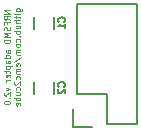
<source format=gbo>
G04 #@! TF.FileFunction,Legend,Bot*
%FSLAX46Y46*%
G04 Gerber Fmt 4.6, Leading zero omitted, Abs format (unit mm)*
G04 Created by KiCad (PCBNEW 4.0.6) date Monday 02 October 2017 'à' 00:53:35*
%MOMM*%
%LPD*%
G01*
G04 APERTURE LIST*
%ADD10C,0.100000*%
%ADD11C,0.150000*%
G04 APERTURE END LIST*
D10*
X120001190Y-70335716D02*
X119501190Y-70335716D01*
X120001190Y-70621430D01*
X119501190Y-70621430D01*
X120001190Y-71145240D02*
X119763095Y-70978573D01*
X120001190Y-70859526D02*
X119501190Y-70859526D01*
X119501190Y-71050002D01*
X119525000Y-71097621D01*
X119548810Y-71121430D01*
X119596429Y-71145240D01*
X119667857Y-71145240D01*
X119715476Y-71121430D01*
X119739286Y-71097621D01*
X119763095Y-71050002D01*
X119763095Y-70859526D01*
X119739286Y-71526192D02*
X119739286Y-71359526D01*
X120001190Y-71359526D02*
X119501190Y-71359526D01*
X119501190Y-71597621D01*
X119977381Y-71764287D02*
X120001190Y-71835716D01*
X120001190Y-71954763D01*
X119977381Y-72002382D01*
X119953571Y-72026192D01*
X119905952Y-72050001D01*
X119858333Y-72050001D01*
X119810714Y-72026192D01*
X119786905Y-72002382D01*
X119763095Y-71954763D01*
X119739286Y-71859525D01*
X119715476Y-71811906D01*
X119691667Y-71788097D01*
X119644048Y-71764287D01*
X119596429Y-71764287D01*
X119548810Y-71788097D01*
X119525000Y-71811906D01*
X119501190Y-71859525D01*
X119501190Y-71978573D01*
X119525000Y-72050001D01*
X120001190Y-72264287D02*
X119501190Y-72264287D01*
X119858333Y-72430953D01*
X119501190Y-72597620D01*
X120001190Y-72597620D01*
X120001190Y-72835716D02*
X119501190Y-72835716D01*
X119501190Y-72954763D01*
X119525000Y-73026192D01*
X119572619Y-73073811D01*
X119620238Y-73097620D01*
X119715476Y-73121430D01*
X119786905Y-73121430D01*
X119882143Y-73097620D01*
X119929762Y-73073811D01*
X119977381Y-73026192D01*
X120001190Y-72954763D01*
X120001190Y-72835716D01*
X120001190Y-73930953D02*
X119739286Y-73930953D01*
X119691667Y-73907144D01*
X119667857Y-73859525D01*
X119667857Y-73764287D01*
X119691667Y-73716668D01*
X119977381Y-73930953D02*
X120001190Y-73883334D01*
X120001190Y-73764287D01*
X119977381Y-73716668D01*
X119929762Y-73692858D01*
X119882143Y-73692858D01*
X119834524Y-73716668D01*
X119810714Y-73764287D01*
X119810714Y-73883334D01*
X119786905Y-73930953D01*
X120001190Y-74383334D02*
X119501190Y-74383334D01*
X119977381Y-74383334D02*
X120001190Y-74335715D01*
X120001190Y-74240477D01*
X119977381Y-74192858D01*
X119953571Y-74169049D01*
X119905952Y-74145239D01*
X119763095Y-74145239D01*
X119715476Y-74169049D01*
X119691667Y-74192858D01*
X119667857Y-74240477D01*
X119667857Y-74335715D01*
X119691667Y-74383334D01*
X120001190Y-74835715D02*
X119739286Y-74835715D01*
X119691667Y-74811906D01*
X119667857Y-74764287D01*
X119667857Y-74669049D01*
X119691667Y-74621430D01*
X119977381Y-74835715D02*
X120001190Y-74788096D01*
X120001190Y-74669049D01*
X119977381Y-74621430D01*
X119929762Y-74597620D01*
X119882143Y-74597620D01*
X119834524Y-74621430D01*
X119810714Y-74669049D01*
X119810714Y-74788096D01*
X119786905Y-74835715D01*
X119667857Y-75073811D02*
X120167857Y-75073811D01*
X119691667Y-75073811D02*
X119667857Y-75121430D01*
X119667857Y-75216668D01*
X119691667Y-75264287D01*
X119715476Y-75288096D01*
X119763095Y-75311906D01*
X119905952Y-75311906D01*
X119953571Y-75288096D01*
X119977381Y-75264287D01*
X120001190Y-75216668D01*
X120001190Y-75121430D01*
X119977381Y-75073811D01*
X119667857Y-75454763D02*
X119667857Y-75645239D01*
X119501190Y-75526192D02*
X119929762Y-75526192D01*
X119977381Y-75550001D01*
X120001190Y-75597620D01*
X120001190Y-75645239D01*
X119977381Y-76002382D02*
X120001190Y-75954763D01*
X120001190Y-75859525D01*
X119977381Y-75811906D01*
X119929762Y-75788096D01*
X119739286Y-75788096D01*
X119691667Y-75811906D01*
X119667857Y-75859525D01*
X119667857Y-75954763D01*
X119691667Y-76002382D01*
X119739286Y-76026191D01*
X119786905Y-76026191D01*
X119834524Y-75788096D01*
X120001190Y-76240477D02*
X119667857Y-76240477D01*
X119763095Y-76240477D02*
X119715476Y-76264286D01*
X119691667Y-76288096D01*
X119667857Y-76335715D01*
X119667857Y-76383334D01*
X119667857Y-76883334D02*
X120001190Y-77002381D01*
X119667857Y-77121429D01*
X119548810Y-77288095D02*
X119525000Y-77311905D01*
X119501190Y-77359524D01*
X119501190Y-77478571D01*
X119525000Y-77526190D01*
X119548810Y-77550000D01*
X119596429Y-77573809D01*
X119644048Y-77573809D01*
X119715476Y-77550000D01*
X120001190Y-77264286D01*
X120001190Y-77573809D01*
X119953571Y-77788095D02*
X119977381Y-77811904D01*
X120001190Y-77788095D01*
X119977381Y-77764285D01*
X119953571Y-77788095D01*
X120001190Y-77788095D01*
X119501190Y-78121428D02*
X119501190Y-78169047D01*
X119525000Y-78216666D01*
X119548810Y-78240475D01*
X119596429Y-78264285D01*
X119691667Y-78288094D01*
X119810714Y-78288094D01*
X119905952Y-78264285D01*
X119953571Y-78240475D01*
X119977381Y-78216666D01*
X120001190Y-78169047D01*
X120001190Y-78121428D01*
X119977381Y-78073809D01*
X119953571Y-78049999D01*
X119905952Y-78026190D01*
X119810714Y-78002380D01*
X119691667Y-78002380D01*
X119596429Y-78026190D01*
X119548810Y-78049999D01*
X119525000Y-78073809D01*
X119501190Y-78121428D01*
X120517857Y-70430953D02*
X120922619Y-70430953D01*
X120970238Y-70407144D01*
X120994048Y-70383334D01*
X121017857Y-70335715D01*
X121017857Y-70264287D01*
X120994048Y-70216668D01*
X120827381Y-70430953D02*
X120851190Y-70383334D01*
X120851190Y-70288096D01*
X120827381Y-70240477D01*
X120803571Y-70216668D01*
X120755952Y-70192858D01*
X120613095Y-70192858D01*
X120565476Y-70216668D01*
X120541667Y-70240477D01*
X120517857Y-70288096D01*
X120517857Y-70383334D01*
X120541667Y-70430953D01*
X120851190Y-70669049D02*
X120517857Y-70669049D01*
X120351190Y-70669049D02*
X120375000Y-70645239D01*
X120398810Y-70669049D01*
X120375000Y-70692858D01*
X120351190Y-70669049D01*
X120398810Y-70669049D01*
X120517857Y-70835715D02*
X120517857Y-71026191D01*
X120351190Y-70907144D02*
X120779762Y-70907144D01*
X120827381Y-70930953D01*
X120851190Y-70978572D01*
X120851190Y-71026191D01*
X120851190Y-71192858D02*
X120351190Y-71192858D01*
X120851190Y-71407143D02*
X120589286Y-71407143D01*
X120541667Y-71383334D01*
X120517857Y-71335715D01*
X120517857Y-71264286D01*
X120541667Y-71216667D01*
X120565476Y-71192858D01*
X120517857Y-71859524D02*
X120851190Y-71859524D01*
X120517857Y-71645239D02*
X120779762Y-71645239D01*
X120827381Y-71669048D01*
X120851190Y-71716667D01*
X120851190Y-71788096D01*
X120827381Y-71835715D01*
X120803571Y-71859524D01*
X120851190Y-72097620D02*
X120351190Y-72097620D01*
X120541667Y-72097620D02*
X120517857Y-72145239D01*
X120517857Y-72240477D01*
X120541667Y-72288096D01*
X120565476Y-72311905D01*
X120613095Y-72335715D01*
X120755952Y-72335715D01*
X120803571Y-72311905D01*
X120827381Y-72288096D01*
X120851190Y-72240477D01*
X120851190Y-72145239D01*
X120827381Y-72097620D01*
X120803571Y-72550001D02*
X120827381Y-72573810D01*
X120851190Y-72550001D01*
X120827381Y-72526191D01*
X120803571Y-72550001D01*
X120851190Y-72550001D01*
X120827381Y-73002381D02*
X120851190Y-72954762D01*
X120851190Y-72859524D01*
X120827381Y-72811905D01*
X120803571Y-72788096D01*
X120755952Y-72764286D01*
X120613095Y-72764286D01*
X120565476Y-72788096D01*
X120541667Y-72811905D01*
X120517857Y-72859524D01*
X120517857Y-72954762D01*
X120541667Y-73002381D01*
X120851190Y-73288095D02*
X120827381Y-73240476D01*
X120803571Y-73216667D01*
X120755952Y-73192857D01*
X120613095Y-73192857D01*
X120565476Y-73216667D01*
X120541667Y-73240476D01*
X120517857Y-73288095D01*
X120517857Y-73359524D01*
X120541667Y-73407143D01*
X120565476Y-73430952D01*
X120613095Y-73454762D01*
X120755952Y-73454762D01*
X120803571Y-73430952D01*
X120827381Y-73407143D01*
X120851190Y-73359524D01*
X120851190Y-73288095D01*
X120851190Y-73669048D02*
X120517857Y-73669048D01*
X120565476Y-73669048D02*
X120541667Y-73692857D01*
X120517857Y-73740476D01*
X120517857Y-73811905D01*
X120541667Y-73859524D01*
X120589286Y-73883333D01*
X120851190Y-73883333D01*
X120589286Y-73883333D02*
X120541667Y-73907143D01*
X120517857Y-73954762D01*
X120517857Y-74026190D01*
X120541667Y-74073810D01*
X120589286Y-74097619D01*
X120851190Y-74097619D01*
X120327381Y-74692857D02*
X120970238Y-74264286D01*
X120827381Y-75050001D02*
X120851190Y-75002382D01*
X120851190Y-74907144D01*
X120827381Y-74859525D01*
X120779762Y-74835715D01*
X120589286Y-74835715D01*
X120541667Y-74859525D01*
X120517857Y-74907144D01*
X120517857Y-75002382D01*
X120541667Y-75050001D01*
X120589286Y-75073810D01*
X120636905Y-75073810D01*
X120684524Y-74835715D01*
X120851190Y-75288096D02*
X120517857Y-75288096D01*
X120565476Y-75288096D02*
X120541667Y-75311905D01*
X120517857Y-75359524D01*
X120517857Y-75430953D01*
X120541667Y-75478572D01*
X120589286Y-75502381D01*
X120851190Y-75502381D01*
X120589286Y-75502381D02*
X120541667Y-75526191D01*
X120517857Y-75573810D01*
X120517857Y-75645238D01*
X120541667Y-75692858D01*
X120589286Y-75716667D01*
X120851190Y-75716667D01*
X120827381Y-76169048D02*
X120851190Y-76121429D01*
X120851190Y-76026191D01*
X120827381Y-75978572D01*
X120803571Y-75954763D01*
X120755952Y-75930953D01*
X120613095Y-75930953D01*
X120565476Y-75954763D01*
X120541667Y-75978572D01*
X120517857Y-76026191D01*
X120517857Y-76121429D01*
X120541667Y-76169048D01*
X120398810Y-76359524D02*
X120375000Y-76383334D01*
X120351190Y-76430953D01*
X120351190Y-76550000D01*
X120375000Y-76597619D01*
X120398810Y-76621429D01*
X120446429Y-76645238D01*
X120494048Y-76645238D01*
X120565476Y-76621429D01*
X120851190Y-76335715D01*
X120851190Y-76645238D01*
X120827381Y-77073809D02*
X120851190Y-77026190D01*
X120851190Y-76930952D01*
X120827381Y-76883333D01*
X120803571Y-76859524D01*
X120755952Y-76835714D01*
X120613095Y-76835714D01*
X120565476Y-76859524D01*
X120541667Y-76883333D01*
X120517857Y-76930952D01*
X120517857Y-77026190D01*
X120541667Y-77073809D01*
X120517857Y-77502380D02*
X120851190Y-77502380D01*
X120517857Y-77288095D02*
X120779762Y-77288095D01*
X120827381Y-77311904D01*
X120851190Y-77359523D01*
X120851190Y-77430952D01*
X120827381Y-77478571D01*
X120803571Y-77502380D01*
X120851190Y-77740476D02*
X120351190Y-77740476D01*
X120541667Y-77740476D02*
X120517857Y-77788095D01*
X120517857Y-77883333D01*
X120541667Y-77930952D01*
X120565476Y-77954761D01*
X120613095Y-77978571D01*
X120755952Y-77978571D01*
X120803571Y-77954761D01*
X120827381Y-77930952D01*
X120851190Y-77883333D01*
X120851190Y-77788095D01*
X120827381Y-77740476D01*
X120827381Y-78383333D02*
X120851190Y-78335714D01*
X120851190Y-78240476D01*
X120827381Y-78192857D01*
X120779762Y-78169047D01*
X120589286Y-78169047D01*
X120541667Y-78192857D01*
X120517857Y-78240476D01*
X120517857Y-78335714D01*
X120541667Y-78383333D01*
X120589286Y-78407142D01*
X120636905Y-78407142D01*
X120684524Y-78169047D01*
D11*
X123750000Y-70900000D02*
X123750000Y-71900000D01*
X122050000Y-71900000D02*
X122050000Y-70900000D01*
X122050000Y-77400000D02*
X122050000Y-76400000D01*
X123750000Y-76400000D02*
X123750000Y-77400000D01*
X125655000Y-77405000D02*
X125655000Y-69785000D01*
X125655000Y-69785000D02*
X130735000Y-69785000D01*
X130735000Y-69785000D02*
X130735000Y-79945000D01*
X130735000Y-79945000D02*
X128195000Y-79945000D01*
X126925000Y-80225000D02*
X125375000Y-80225000D01*
X128195000Y-79945000D02*
X128195000Y-77405000D01*
X128195000Y-77405000D02*
X125655000Y-77405000D01*
X125375000Y-80225000D02*
X125375000Y-78675000D01*
X124614286Y-71300000D02*
X124642857Y-71271429D01*
X124671429Y-71185715D01*
X124671429Y-71128572D01*
X124642857Y-71042857D01*
X124585714Y-70985715D01*
X124528571Y-70957143D01*
X124414286Y-70928572D01*
X124328571Y-70928572D01*
X124214286Y-70957143D01*
X124157143Y-70985715D01*
X124100000Y-71042857D01*
X124071429Y-71128572D01*
X124071429Y-71185715D01*
X124100000Y-71271429D01*
X124128571Y-71300000D01*
X124671429Y-71871429D02*
X124671429Y-71528572D01*
X124671429Y-71700000D02*
X124071429Y-71700000D01*
X124157143Y-71642857D01*
X124214286Y-71585715D01*
X124242857Y-71528572D01*
X124614286Y-76800000D02*
X124642857Y-76771429D01*
X124671429Y-76685715D01*
X124671429Y-76628572D01*
X124642857Y-76542857D01*
X124585714Y-76485715D01*
X124528571Y-76457143D01*
X124414286Y-76428572D01*
X124328571Y-76428572D01*
X124214286Y-76457143D01*
X124157143Y-76485715D01*
X124100000Y-76542857D01*
X124071429Y-76628572D01*
X124071429Y-76685715D01*
X124100000Y-76771429D01*
X124128571Y-76800000D01*
X124128571Y-77028572D02*
X124100000Y-77057143D01*
X124071429Y-77114286D01*
X124071429Y-77257143D01*
X124100000Y-77314286D01*
X124128571Y-77342857D01*
X124185714Y-77371429D01*
X124242857Y-77371429D01*
X124328571Y-77342857D01*
X124671429Y-77000000D01*
X124671429Y-77371429D01*
M02*

</source>
